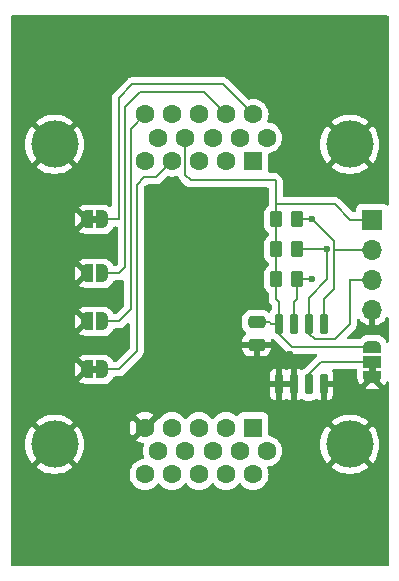
<source format=gbr>
%TF.GenerationSoftware,KiCad,Pcbnew,8.0.3+1*%
%TF.CreationDate,2024-06-22T01:26:53+02:00*%
%TF.ProjectId,EDID_spoofer,45444944-5f73-4706-9f6f-6665722e6b69,rev?*%
%TF.SameCoordinates,Original*%
%TF.FileFunction,Copper,L1,Top*%
%TF.FilePolarity,Positive*%
%FSLAX46Y46*%
G04 Gerber Fmt 4.6, Leading zero omitted, Abs format (unit mm)*
G04 Created by KiCad (PCBNEW 8.0.3+1) date 2024-06-22 01:26:53*
%MOMM*%
%LPD*%
G01*
G04 APERTURE LIST*
G04 Aperture macros list*
%AMRoundRect*
0 Rectangle with rounded corners*
0 $1 Rounding radius*
0 $2 $3 $4 $5 $6 $7 $8 $9 X,Y pos of 4 corners*
0 Add a 4 corners polygon primitive as box body*
4,1,4,$2,$3,$4,$5,$6,$7,$8,$9,$2,$3,0*
0 Add four circle primitives for the rounded corners*
1,1,$1+$1,$2,$3*
1,1,$1+$1,$4,$5*
1,1,$1+$1,$6,$7*
1,1,$1+$1,$8,$9*
0 Add four rect primitives between the rounded corners*
20,1,$1+$1,$2,$3,$4,$5,0*
20,1,$1+$1,$4,$5,$6,$7,0*
20,1,$1+$1,$6,$7,$8,$9,0*
20,1,$1+$1,$8,$9,$2,$3,0*%
%AMFreePoly0*
4,1,19,0.000000,0.744911,0.071157,0.744911,0.207708,0.704816,0.327430,0.627875,0.420627,0.520320,0.479746,0.390866,0.500000,0.250000,0.500000,-0.250000,0.479746,-0.390866,0.420627,-0.520320,0.327430,-0.627875,0.207708,-0.704816,0.071157,-0.744911,0.000000,-0.744911,0.000000,-0.750000,-0.500000,-0.750000,-0.500000,0.750000,0.000000,0.750000,0.000000,0.744911,0.000000,0.744911,
$1*%
%AMFreePoly1*
4,1,19,0.500000,-0.750000,0.000000,-0.750000,0.000000,-0.744911,-0.071157,-0.744911,-0.207708,-0.704816,-0.327430,-0.627875,-0.420627,-0.520320,-0.479746,-0.390866,-0.500000,-0.250000,-0.500000,0.250000,-0.479746,0.390866,-0.420627,0.520320,-0.327430,0.627875,-0.207708,0.704816,-0.071157,0.744911,0.000000,0.744911,0.000000,0.750000,0.500000,0.750000,0.500000,-0.750000,0.500000,-0.750000,
$1*%
%AMFreePoly2*
4,1,19,0.550000,-0.750000,0.000000,-0.750000,0.000000,-0.744911,-0.071157,-0.744911,-0.207708,-0.704816,-0.327430,-0.627875,-0.420627,-0.520320,-0.479746,-0.390866,-0.500000,-0.250000,-0.500000,0.250000,-0.479746,0.390866,-0.420627,0.520320,-0.327430,0.627875,-0.207708,0.704816,-0.071157,0.744911,0.000000,0.744911,0.000000,0.750000,0.550000,0.750000,0.550000,-0.750000,0.550000,-0.750000,
$1*%
%AMFreePoly3*
4,1,19,0.000000,0.744911,0.071157,0.744911,0.207708,0.704816,0.327430,0.627875,0.420627,0.520320,0.479746,0.390866,0.500000,0.250000,0.500000,-0.250000,0.479746,-0.390866,0.420627,-0.520320,0.327430,-0.627875,0.207708,-0.704816,0.071157,-0.744911,0.000000,-0.744911,0.000000,-0.750000,-0.550000,-0.750000,-0.550000,0.750000,0.000000,0.750000,0.000000,0.744911,0.000000,0.744911,
$1*%
G04 Aperture macros list end*
%TA.AperFunction,EtchedComponent*%
%ADD10C,0.000000*%
%TD*%
%TA.AperFunction,SMDPad,CuDef*%
%ADD11FreePoly0,0.000000*%
%TD*%
%TA.AperFunction,SMDPad,CuDef*%
%ADD12FreePoly1,0.000000*%
%TD*%
%TA.AperFunction,ComponentPad*%
%ADD13C,4.000000*%
%TD*%
%TA.AperFunction,ComponentPad*%
%ADD14R,1.600000X1.600000*%
%TD*%
%TA.AperFunction,ComponentPad*%
%ADD15C,1.600000*%
%TD*%
%TA.AperFunction,SMDPad,CuDef*%
%ADD16RoundRect,0.250000X-0.262500X-0.450000X0.262500X-0.450000X0.262500X0.450000X-0.262500X0.450000X0*%
%TD*%
%TA.AperFunction,SMDPad,CuDef*%
%ADD17RoundRect,0.250000X-0.475000X0.250000X-0.475000X-0.250000X0.475000X-0.250000X0.475000X0.250000X0*%
%TD*%
%TA.AperFunction,SMDPad,CuDef*%
%ADD18RoundRect,0.150000X0.150000X-0.725000X0.150000X0.725000X-0.150000X0.725000X-0.150000X-0.725000X0*%
%TD*%
%TA.AperFunction,ComponentPad*%
%ADD19R,1.700000X1.700000*%
%TD*%
%TA.AperFunction,ComponentPad*%
%ADD20O,1.700000X1.700000*%
%TD*%
%TA.AperFunction,SMDPad,CuDef*%
%ADD21FreePoly2,90.000000*%
%TD*%
%TA.AperFunction,SMDPad,CuDef*%
%ADD22R,1.500000X1.000000*%
%TD*%
%TA.AperFunction,SMDPad,CuDef*%
%ADD23FreePoly3,90.000000*%
%TD*%
%TA.AperFunction,ViaPad*%
%ADD24C,0.600000*%
%TD*%
%TA.AperFunction,Conductor*%
%ADD25C,0.200000*%
%TD*%
G04 APERTURE END LIST*
D10*
%TA.AperFunction,EtchedComponent*%
%TO.C,JP3*%
G36*
X25650000Y-51100000D02*
G01*
X25150000Y-51100000D01*
X25150000Y-50500000D01*
X25650000Y-50500000D01*
X25650000Y-51100000D01*
G37*
%TD.AperFunction*%
%TA.AperFunction,EtchedComponent*%
%TO.C,JP2*%
G36*
X25650000Y-38400000D02*
G01*
X25150000Y-38400000D01*
X25150000Y-37800000D01*
X25650000Y-37800000D01*
X25650000Y-38400000D01*
G37*
%TD.AperFunction*%
%TA.AperFunction,EtchedComponent*%
%TO.C,JP1*%
G36*
X49195000Y-51065000D02*
G01*
X48595000Y-51065000D01*
X48595000Y-50565000D01*
X49195000Y-50565000D01*
X49195000Y-51065000D01*
G37*
%TD.AperFunction*%
%TD*%
D11*
%TO.P,JP5,2,B*%
%TO.N,SCL*%
X26050000Y-46736000D03*
D12*
%TO.P,JP5,1,A*%
%TO.N,GND*%
X24750000Y-46736000D03*
%TD*%
%TO.P,JP4,1,A*%
%TO.N,GND*%
X24750000Y-42672000D03*
D11*
%TO.P,JP4,2,B*%
%TO.N,SDA*%
X26050000Y-42672000D03*
%TD*%
D12*
%TO.P,JP3,1,A*%
%TO.N,GND*%
X24750000Y-50800000D03*
D11*
%TO.P,JP3,2,B*%
%TO.N,/ID2*%
X26050000Y-50800000D03*
%TD*%
%TO.P,JP2,2,B*%
%TO.N,/ID0*%
X26050000Y-38100000D03*
D12*
%TO.P,JP2,1,A*%
%TO.N,GND*%
X24750000Y-38100000D03*
%TD*%
D13*
%TO.P,J2,0*%
%TO.N,GND*%
X21990000Y-57150000D03*
X46990000Y-57150000D03*
D14*
%TO.P,J2,1*%
%TO.N,/R*%
X38805000Y-55730000D03*
D15*
%TO.P,J2,2*%
%TO.N,/G*%
X36515000Y-55730000D03*
%TO.P,J2,3*%
%TO.N,/B*%
X34225000Y-55730000D03*
%TO.P,J2,4*%
%TO.N,unconnected-(J2-Pad4)*%
X31935000Y-55730000D03*
%TO.P,J2,5*%
%TO.N,GND*%
X29645000Y-55730000D03*
%TO.P,J2,6*%
%TO.N,/RRTN*%
X39950000Y-57710000D03*
%TO.P,J2,7*%
%TO.N,/GRTN*%
X37660000Y-57710000D03*
%TO.P,J2,8*%
%TO.N,/BRTN*%
X35370000Y-57710000D03*
%TO.P,J2,9*%
%TO.N,unconnected-(J2-Pad9)*%
X33080000Y-57710000D03*
%TO.P,J2,10*%
%TO.N,/SRTN*%
X30790000Y-57710000D03*
%TO.P,J2,11*%
%TO.N,unconnected-(J2-Pad11)*%
X38805000Y-59690000D03*
%TO.P,J2,12*%
%TO.N,unconnected-(J2-Pad12)*%
X36515000Y-59690000D03*
%TO.P,J2,13*%
%TO.N,HSYNC*%
X34225000Y-59690000D03*
%TO.P,J2,14*%
%TO.N,VSYNC*%
X31935000Y-59690000D03*
%TO.P,J2,15*%
%TO.N,unconnected-(J2-Pad15)*%
X29645000Y-59690000D03*
%TD*%
D16*
%TO.P,R1,1*%
%TO.N,+5V*%
X40720000Y-38100000D03*
%TO.P,R1,2*%
%TO.N,SDA*%
X42545000Y-38100000D03*
%TD*%
%TO.P,R2,1*%
%TO.N,+5V*%
X40720000Y-40640000D03*
%TO.P,R2,2*%
%TO.N,SCL*%
X42545000Y-40640000D03*
%TD*%
%TO.P,R3,1*%
%TO.N,+5V*%
X40720000Y-43180000D03*
%TO.P,R3,2*%
%TO.N,VSYNC*%
X42545000Y-43180000D03*
%TD*%
D17*
%TO.P,C1,1*%
%TO.N,+5V*%
X39116000Y-46802000D03*
%TO.P,C1,2*%
%TO.N,GND*%
X39116000Y-48702000D03*
%TD*%
D18*
%TO.P,U1,1,N/C*%
%TO.N,GND*%
X40997500Y-52070000D03*
%TO.P,U1,2,N/C*%
X42267500Y-52070000D03*
%TO.P,U1,3,WP*%
%TO.N,/WP*%
X43537500Y-52070000D03*
%TO.P,U1,4,GND*%
%TO.N,GND*%
X44807500Y-52070000D03*
%TO.P,U1,5,SDA*%
%TO.N,SDA*%
X44807500Y-46920000D03*
%TO.P,U1,6,SCL*%
%TO.N,SCL*%
X43537500Y-46920000D03*
%TO.P,U1,7,VCLK*%
%TO.N,VSYNC*%
X42267500Y-46920000D03*
%TO.P,U1,8,VCC*%
%TO.N,+5V*%
X40997500Y-46920000D03*
%TD*%
D13*
%TO.P,J1,0*%
%TO.N,GND*%
X46990000Y-31750000D03*
X21990000Y-31750000D03*
D14*
%TO.P,J1,1*%
%TO.N,/R*%
X38805000Y-33170000D03*
D15*
%TO.P,J1,2*%
%TO.N,/G*%
X36515000Y-33170000D03*
%TO.P,J1,3*%
%TO.N,/B*%
X34225000Y-33170000D03*
%TO.P,J1,4*%
%TO.N,/ID2*%
X31935000Y-33170000D03*
%TO.P,J1,5*%
%TO.N,GND*%
X29645000Y-33170000D03*
%TO.P,J1,6*%
%TO.N,/RRTN*%
X39950000Y-31190000D03*
%TO.P,J1,7*%
%TO.N,/GRTN*%
X37660000Y-31190000D03*
%TO.P,J1,8*%
%TO.N,/BRTN*%
X35370000Y-31190000D03*
%TO.P,J1,9*%
%TO.N,+5V*%
X33080000Y-31190000D03*
%TO.P,J1,10*%
%TO.N,/SRTN*%
X30790000Y-31190000D03*
%TO.P,J1,11*%
%TO.N,/ID0*%
X38805000Y-29210000D03*
%TO.P,J1,12*%
%TO.N,SDA*%
X36515000Y-29210000D03*
%TO.P,J1,13*%
%TO.N,HSYNC*%
X34225000Y-29210000D03*
%TO.P,J1,14*%
%TO.N,VSYNC*%
X31935000Y-29210000D03*
%TO.P,J1,15*%
%TO.N,SCL*%
X29645000Y-29210000D03*
%TD*%
D19*
%TO.P,J3,1,Pin_1*%
%TO.N,+5V*%
X48895000Y-38110000D03*
D20*
%TO.P,J3,2,Pin_2*%
%TO.N,SDA*%
X48895000Y-40650000D03*
%TO.P,J3,3,Pin_3*%
%TO.N,SCL*%
X48895000Y-43190000D03*
%TO.P,J3,4,Pin_4*%
%TO.N,GND*%
X48895000Y-45730000D03*
%TD*%
D21*
%TO.P,JP1,1,A*%
%TO.N,GND*%
X48895000Y-51465000D03*
D22*
%TO.P,JP1,2,C*%
%TO.N,/WP*%
X48895000Y-50165000D03*
D23*
%TO.P,JP1,3,B*%
%TO.N,+5V*%
X48895000Y-48865000D03*
%TD*%
D24*
%TO.N,SCL*%
X45085000Y-40640000D03*
%TO.N,SDA*%
X43815000Y-38100000D03*
%TO.N,GND*%
X25400000Y-22860000D03*
X25400000Y-66040000D03*
X20320000Y-53340000D03*
X48260000Y-53340000D03*
X20320000Y-48260000D03*
X41910000Y-35560000D03*
X48260000Y-22860000D03*
X43180000Y-22860000D03*
X48260000Y-35560000D03*
X29845000Y-40640000D03*
X20320000Y-22860000D03*
X20320000Y-50800000D03*
X27940000Y-66040000D03*
X29845000Y-38100000D03*
X35560000Y-22860000D03*
X48260000Y-60960000D03*
X29845000Y-35560000D03*
X40640000Y-22860000D03*
X29845000Y-48260000D03*
X44450000Y-54610000D03*
X20320000Y-35560000D03*
X45720000Y-53340000D03*
X30480000Y-22860000D03*
X20320000Y-66040000D03*
X29845000Y-45720000D03*
X27940000Y-22860000D03*
X22860000Y-22860000D03*
X38100000Y-66040000D03*
X45720000Y-66040000D03*
X22860000Y-66040000D03*
X41910000Y-49530000D03*
X38100000Y-22860000D03*
X33020000Y-66040000D03*
X20320000Y-38100000D03*
X40640000Y-66040000D03*
X33020000Y-22860000D03*
X29845000Y-50800000D03*
X45720000Y-22860000D03*
X29845000Y-43180000D03*
X20320000Y-63500000D03*
X35560000Y-66040000D03*
X41910000Y-54610000D03*
X48260000Y-25400000D03*
X48260000Y-66040000D03*
X20320000Y-60960000D03*
X30480000Y-66040000D03*
X48260000Y-27940000D03*
X48260000Y-63500000D03*
X43180000Y-66040000D03*
X20320000Y-27940000D03*
X20320000Y-43180000D03*
X20320000Y-40640000D03*
X20320000Y-45720000D03*
X20320000Y-25400000D03*
X29845000Y-53340000D03*
%TO.N,VSYNC*%
X43815000Y-43180000D03*
%TD*%
D25*
%TO.N,+5V*%
X40720000Y-36830000D02*
X40720000Y-34878000D01*
X40720000Y-34878000D02*
X40640000Y-34798000D01*
X40640000Y-34798000D02*
X33528000Y-34798000D01*
X33528000Y-34798000D02*
X33080000Y-34350000D01*
X33080000Y-34350000D02*
X33080000Y-31190000D01*
X40997500Y-46920000D02*
X40316000Y-46920000D01*
X40198000Y-46802000D02*
X39116000Y-46802000D01*
X40316000Y-46920000D02*
X40198000Y-46802000D01*
%TO.N,/ID2*%
X31935000Y-33170000D02*
X30561000Y-34544000D01*
X30561000Y-34544000D02*
X29591000Y-34544000D01*
X29591000Y-34544000D02*
X28956000Y-35179000D01*
X28956000Y-35179000D02*
X28956000Y-49276000D01*
X28956000Y-49276000D02*
X27432000Y-50800000D01*
X27432000Y-50800000D02*
X26050000Y-50800000D01*
%TO.N,SDA*%
X26050000Y-42672000D02*
X27432000Y-42672000D01*
X27432000Y-42672000D02*
X27940000Y-42164000D01*
X27940000Y-42164000D02*
X27940000Y-28575000D01*
X27940000Y-28575000D02*
X29210000Y-27305000D01*
X29210000Y-27305000D02*
X34610000Y-27305000D01*
X34610000Y-27305000D02*
X36515000Y-29210000D01*
%TO.N,SCL*%
X26050000Y-46736000D02*
X27432000Y-46736000D01*
X27432000Y-46736000D02*
X28448000Y-45720000D01*
X28448000Y-45720000D02*
X28448000Y-30407000D01*
X28448000Y-30407000D02*
X29645000Y-29210000D01*
%TO.N,/ID0*%
X26050000Y-38100000D02*
X27432000Y-38100000D01*
X36265000Y-26670000D02*
X38805000Y-29210000D01*
X27432000Y-38100000D02*
X27432000Y-27813000D01*
X27432000Y-27813000D02*
X28575000Y-26670000D01*
X28575000Y-26670000D02*
X36265000Y-26670000D01*
%TO.N,+5V*%
X40997500Y-45085000D02*
X40997500Y-46920000D01*
X47000000Y-38110000D02*
X48895000Y-38110000D01*
X40997500Y-47794999D02*
X40997500Y-46920000D01*
X40720000Y-44807500D02*
X40997500Y-45085000D01*
X45720000Y-36830000D02*
X40720000Y-36830000D01*
X40720000Y-43180000D02*
X40720000Y-44807500D01*
X45720000Y-36830000D02*
X47000000Y-38110000D01*
X40720000Y-43180000D02*
X40720000Y-40640000D01*
X42067501Y-48865000D02*
X40997500Y-47794999D01*
X40720000Y-40640000D02*
X40720000Y-38100000D01*
X42067501Y-48865000D02*
X48895000Y-48865000D01*
X40720000Y-38100000D02*
X40720000Y-36830000D01*
%TO.N,SCL*%
X44002501Y-48260000D02*
X43537500Y-47794999D01*
X43537500Y-44727500D02*
X45085000Y-43180000D01*
X45085000Y-43180000D02*
X45085000Y-40640000D01*
X46990000Y-46990000D02*
X45720000Y-48260000D01*
X43537500Y-47794999D02*
X43537500Y-46920000D01*
X45720000Y-48260000D02*
X44002501Y-48260000D01*
X48895000Y-43190000D02*
X47000000Y-43190000D01*
X47000000Y-43190000D02*
X46990000Y-43180000D01*
X42545000Y-40640000D02*
X45085000Y-40640000D01*
X46990000Y-43180000D02*
X46990000Y-46990000D01*
X43537500Y-46920000D02*
X43537500Y-44727500D01*
%TO.N,SDA*%
X45685000Y-39970000D02*
X43815000Y-38100000D01*
X44807500Y-44871250D02*
X45685000Y-43993750D01*
X45695000Y-40650000D02*
X45685000Y-40640000D01*
X44807500Y-46920000D02*
X44807500Y-44871250D01*
X42545000Y-38100000D02*
X43815000Y-38100000D01*
X48895000Y-40650000D02*
X45695000Y-40650000D01*
X45685000Y-43993750D02*
X45685000Y-40640000D01*
X45685000Y-40640000D02*
X45685000Y-39970000D01*
%TO.N,VSYNC*%
X42545000Y-43180000D02*
X42545000Y-44807500D01*
X42545000Y-44807500D02*
X42267500Y-45085000D01*
X42267500Y-45085000D02*
X42267500Y-46920000D01*
X42545000Y-43180000D02*
X43815000Y-43180000D01*
%TO.N,/WP*%
X43537500Y-51195001D02*
X43537500Y-52070000D01*
X44508751Y-50223751D02*
X43537500Y-51195001D01*
X44508751Y-50223751D02*
X44567502Y-50165000D01*
X44567502Y-50165000D02*
X48895000Y-50165000D01*
%TD*%
%TA.AperFunction,Conductor*%
%TO.N,GND*%
G36*
X50242539Y-20840185D02*
G01*
X50288294Y-20892989D01*
X50299500Y-20944500D01*
X50299500Y-36802171D01*
X50279815Y-36869210D01*
X50227011Y-36914965D01*
X50157853Y-36924909D01*
X50101189Y-36901438D01*
X50053123Y-36865456D01*
X49987331Y-36816204D01*
X49987329Y-36816203D01*
X49987328Y-36816202D01*
X49852482Y-36765908D01*
X49852483Y-36765908D01*
X49792883Y-36759501D01*
X49792881Y-36759500D01*
X49792873Y-36759500D01*
X49792864Y-36759500D01*
X47997129Y-36759500D01*
X47997123Y-36759501D01*
X47937516Y-36765908D01*
X47802671Y-36816202D01*
X47802664Y-36816206D01*
X47687455Y-36902452D01*
X47687452Y-36902455D01*
X47601206Y-37017664D01*
X47601202Y-37017671D01*
X47550908Y-37152517D01*
X47544501Y-37212116D01*
X47544500Y-37212135D01*
X47544500Y-37385500D01*
X47524815Y-37452539D01*
X47472011Y-37498294D01*
X47420500Y-37509500D01*
X47300097Y-37509500D01*
X47233058Y-37489815D01*
X47212416Y-37473181D01*
X46207590Y-36468355D01*
X46207588Y-36468352D01*
X46088717Y-36349481D01*
X46088716Y-36349480D01*
X46001904Y-36299360D01*
X46001904Y-36299359D01*
X46001900Y-36299358D01*
X45951785Y-36270423D01*
X45799057Y-36229499D01*
X45640943Y-36229499D01*
X45633347Y-36229499D01*
X45633331Y-36229500D01*
X41444500Y-36229500D01*
X41377461Y-36209815D01*
X41331706Y-36157011D01*
X41320500Y-36105500D01*
X41320500Y-34798945D01*
X41320500Y-34798943D01*
X41279577Y-34646216D01*
X41279577Y-34646215D01*
X41242378Y-34581785D01*
X41200520Y-34509284D01*
X41088716Y-34397480D01*
X41008716Y-34317480D01*
X40921904Y-34267360D01*
X40921904Y-34267359D01*
X40921900Y-34267358D01*
X40871785Y-34238423D01*
X40719057Y-34197499D01*
X40560943Y-34197499D01*
X40553347Y-34197499D01*
X40553331Y-34197500D01*
X40224234Y-34197500D01*
X40157195Y-34177815D01*
X40111440Y-34125011D01*
X40100944Y-34060246D01*
X40105500Y-34017873D01*
X40105499Y-32589858D01*
X40125184Y-32522820D01*
X40177987Y-32477065D01*
X40197398Y-32470086D01*
X40396496Y-32416739D01*
X40602734Y-32320568D01*
X40789139Y-32190047D01*
X40950047Y-32029139D01*
X41080568Y-31842734D01*
X41123814Y-31749994D01*
X44485057Y-31749994D01*
X44485057Y-31750005D01*
X44504807Y-32063942D01*
X44504808Y-32063949D01*
X44563755Y-32372958D01*
X44660963Y-32672132D01*
X44660965Y-32672137D01*
X44794900Y-32956761D01*
X44794903Y-32956767D01*
X44963457Y-33222367D01*
X44963460Y-33222371D01*
X45054286Y-33332160D01*
X45695748Y-32690698D01*
X45769588Y-32792330D01*
X45947670Y-32970412D01*
X46049300Y-33044250D01*
X45404971Y-33688579D01*
X45404972Y-33688581D01*
X45647772Y-33864985D01*
X45647790Y-33864996D01*
X45923447Y-34016540D01*
X45923455Y-34016544D01*
X46215926Y-34132340D01*
X46520620Y-34210573D01*
X46520629Y-34210575D01*
X46832701Y-34249999D01*
X46832715Y-34250000D01*
X47147285Y-34250000D01*
X47147298Y-34249999D01*
X47459370Y-34210575D01*
X47459379Y-34210573D01*
X47764073Y-34132340D01*
X48056544Y-34016544D01*
X48056552Y-34016540D01*
X48332209Y-33864996D01*
X48332219Y-33864990D01*
X48575026Y-33688579D01*
X48575027Y-33688579D01*
X47930698Y-33044251D01*
X48032330Y-32970412D01*
X48210412Y-32792330D01*
X48284251Y-32690699D01*
X48925712Y-33332160D01*
X49016544Y-33222364D01*
X49185096Y-32956767D01*
X49185099Y-32956761D01*
X49319034Y-32672137D01*
X49319036Y-32672132D01*
X49416244Y-32372958D01*
X49475191Y-32063949D01*
X49475192Y-32063942D01*
X49494943Y-31750005D01*
X49494943Y-31749994D01*
X49475192Y-31436057D01*
X49475191Y-31436050D01*
X49416244Y-31127041D01*
X49319036Y-30827867D01*
X49319034Y-30827862D01*
X49185099Y-30543238D01*
X49185096Y-30543232D01*
X49016542Y-30277632D01*
X49016539Y-30277628D01*
X48925712Y-30167838D01*
X48284250Y-30809300D01*
X48210412Y-30707670D01*
X48032330Y-30529588D01*
X47930698Y-30455748D01*
X48575027Y-29811419D01*
X48575026Y-29811417D01*
X48332227Y-29635014D01*
X48332209Y-29635003D01*
X48056552Y-29483459D01*
X48056544Y-29483455D01*
X47764073Y-29367659D01*
X47459379Y-29289426D01*
X47459370Y-29289424D01*
X47147298Y-29250000D01*
X46832701Y-29250000D01*
X46520629Y-29289424D01*
X46520620Y-29289426D01*
X46215926Y-29367659D01*
X45923455Y-29483455D01*
X45923447Y-29483459D01*
X45647787Y-29635004D01*
X45647782Y-29635007D01*
X45404972Y-29811418D01*
X45404971Y-29811419D01*
X46049301Y-30455748D01*
X45947670Y-30529588D01*
X45769588Y-30707670D01*
X45695748Y-30809300D01*
X45054286Y-30167838D01*
X45054285Y-30167838D01*
X44963459Y-30277629D01*
X44963457Y-30277632D01*
X44794903Y-30543232D01*
X44794900Y-30543238D01*
X44660965Y-30827862D01*
X44660963Y-30827867D01*
X44563755Y-31127041D01*
X44504808Y-31436050D01*
X44504807Y-31436057D01*
X44485057Y-31749994D01*
X41123814Y-31749994D01*
X41176739Y-31636496D01*
X41235635Y-31416692D01*
X41255468Y-31190000D01*
X41235635Y-30963308D01*
X41176739Y-30743504D01*
X41080568Y-30537266D01*
X40950047Y-30350861D01*
X40950045Y-30350858D01*
X40789141Y-30189954D01*
X40602734Y-30059432D01*
X40602732Y-30059431D01*
X40396497Y-29963261D01*
X40396488Y-29963258D01*
X40176697Y-29904366D01*
X40176687Y-29904364D01*
X40102782Y-29897898D01*
X40037714Y-29872445D01*
X39996736Y-29815853D01*
X39992859Y-29746091D01*
X40001208Y-29721968D01*
X40031739Y-29656496D01*
X40090635Y-29436692D01*
X40110468Y-29210000D01*
X40090635Y-28983308D01*
X40031739Y-28763504D01*
X39935568Y-28557266D01*
X39805047Y-28370861D01*
X39805045Y-28370858D01*
X39644141Y-28209954D01*
X39457734Y-28079432D01*
X39457732Y-28079431D01*
X39251497Y-27983261D01*
X39251488Y-27983258D01*
X39031697Y-27924366D01*
X39031693Y-27924365D01*
X39031692Y-27924365D01*
X39031691Y-27924364D01*
X39031686Y-27924364D01*
X38805002Y-27904532D01*
X38804998Y-27904532D01*
X38578313Y-27924364D01*
X38578302Y-27924366D01*
X38482067Y-27950152D01*
X38412217Y-27948489D01*
X38362293Y-27918058D01*
X36752590Y-26308355D01*
X36752588Y-26308352D01*
X36633717Y-26189481D01*
X36633716Y-26189480D01*
X36546904Y-26139360D01*
X36546904Y-26139359D01*
X36546900Y-26139358D01*
X36496785Y-26110423D01*
X36344057Y-26069499D01*
X36185943Y-26069499D01*
X36178347Y-26069499D01*
X36178331Y-26069500D01*
X28654057Y-26069500D01*
X28495943Y-26069500D01*
X28343215Y-26110423D01*
X28343214Y-26110423D01*
X28343212Y-26110424D01*
X28343209Y-26110425D01*
X28293096Y-26139359D01*
X28293095Y-26139360D01*
X28249689Y-26164420D01*
X28206285Y-26189479D01*
X28206282Y-26189481D01*
X26951481Y-27444282D01*
X26951479Y-27444285D01*
X26901361Y-27531094D01*
X26901359Y-27531096D01*
X26872425Y-27581209D01*
X26872424Y-27581210D01*
X26872423Y-27581215D01*
X26831499Y-27733943D01*
X26831499Y-27733945D01*
X26831499Y-27902046D01*
X26831500Y-27902059D01*
X26831500Y-36929909D01*
X26811815Y-36996948D01*
X26759011Y-37042703D01*
X26689853Y-37052647D01*
X26640461Y-37034225D01*
X26533138Y-36965253D01*
X26533136Y-36965252D01*
X26444796Y-36924909D01*
X26402259Y-36905483D01*
X26265939Y-36865456D01*
X26264308Y-36864977D01*
X26264296Y-36864974D01*
X26121889Y-36844500D01*
X25550000Y-36844500D01*
X25549997Y-36844500D01*
X25478061Y-36849644D01*
X25478056Y-36849645D01*
X25439591Y-36860939D01*
X25387014Y-36864699D01*
X25250000Y-36845000D01*
X24678111Y-36845000D01*
X24535838Y-36865455D01*
X24535834Y-36865456D01*
X24397891Y-36905959D01*
X24397889Y-36905960D01*
X24267138Y-36965670D01*
X24267132Y-36965673D01*
X24146182Y-37043402D01*
X24144438Y-37044808D01*
X24142835Y-37046301D01*
X24093020Y-37089465D01*
X24093019Y-37089467D01*
X24750000Y-37746447D01*
X25008181Y-38004628D01*
X25041666Y-38065951D01*
X25044500Y-38092309D01*
X25044500Y-38107690D01*
X25024815Y-38174729D01*
X25008181Y-38195371D01*
X24093020Y-39110531D01*
X24146177Y-39156593D01*
X24267132Y-39234326D01*
X24267138Y-39234329D01*
X24397889Y-39294039D01*
X24397891Y-39294040D01*
X24535834Y-39334543D01*
X24535838Y-39334544D01*
X24678111Y-39354999D01*
X24678112Y-39355000D01*
X25250000Y-39355000D01*
X25250002Y-39354999D01*
X25321870Y-39349860D01*
X25358076Y-39339228D01*
X25410659Y-39335466D01*
X25550000Y-39355500D01*
X25550003Y-39355500D01*
X26121886Y-39355500D01*
X26121889Y-39355500D01*
X26264304Y-39335024D01*
X26402259Y-39294517D01*
X26533137Y-39234747D01*
X26533788Y-39234329D01*
X26598214Y-39192924D01*
X26648477Y-39160622D01*
X26649915Y-39159804D01*
X26654098Y-39157011D01*
X26707738Y-39110531D01*
X26762832Y-39062791D01*
X26856986Y-38954130D01*
X26934770Y-38833094D01*
X26934775Y-38833081D01*
X26934779Y-38833076D01*
X26962220Y-38772989D01*
X27007975Y-38720185D01*
X27075014Y-38700500D01*
X27215500Y-38700500D01*
X27282539Y-38720185D01*
X27328294Y-38772989D01*
X27339500Y-38824500D01*
X27339500Y-41863903D01*
X27319815Y-41930942D01*
X27303181Y-41951584D01*
X27219584Y-42035181D01*
X27158261Y-42068666D01*
X27131903Y-42071500D01*
X27075014Y-42071500D01*
X27007975Y-42051815D01*
X26962220Y-41999011D01*
X26934779Y-41938923D01*
X26934774Y-41938914D01*
X26934770Y-41938906D01*
X26856986Y-41817870D01*
X26856985Y-41817869D01*
X26856984Y-41817867D01*
X26856981Y-41817863D01*
X26762847Y-41709226D01*
X26762830Y-41709207D01*
X26762829Y-41709206D01*
X26654091Y-41614985D01*
X26613734Y-41589049D01*
X26533142Y-41537255D01*
X26533136Y-41537252D01*
X26403303Y-41477960D01*
X26402259Y-41477483D01*
X26265939Y-41437456D01*
X26264308Y-41436977D01*
X26264296Y-41436974D01*
X26121889Y-41416500D01*
X25550000Y-41416500D01*
X25549997Y-41416500D01*
X25478061Y-41421644D01*
X25478056Y-41421645D01*
X25439591Y-41432939D01*
X25387014Y-41436699D01*
X25250000Y-41417000D01*
X24678111Y-41417000D01*
X24535838Y-41437455D01*
X24535834Y-41437456D01*
X24397891Y-41477959D01*
X24397889Y-41477960D01*
X24267138Y-41537670D01*
X24267132Y-41537673D01*
X24146182Y-41615402D01*
X24144438Y-41616808D01*
X24142835Y-41618301D01*
X24093020Y-41661465D01*
X24093019Y-41661467D01*
X24750000Y-42318447D01*
X25008181Y-42576628D01*
X25041666Y-42637951D01*
X25044500Y-42664309D01*
X25044500Y-42679690D01*
X25024815Y-42746729D01*
X25008181Y-42767371D01*
X24093020Y-43682531D01*
X24146177Y-43728593D01*
X24267132Y-43806326D01*
X24267138Y-43806329D01*
X24397889Y-43866039D01*
X24397891Y-43866040D01*
X24535834Y-43906543D01*
X24535838Y-43906544D01*
X24678111Y-43926999D01*
X24678112Y-43927000D01*
X25250000Y-43927000D01*
X25250002Y-43926999D01*
X25321870Y-43921860D01*
X25358076Y-43911228D01*
X25410659Y-43907466D01*
X25550000Y-43927500D01*
X25550003Y-43927500D01*
X26121886Y-43927500D01*
X26121889Y-43927500D01*
X26264304Y-43907024D01*
X26402259Y-43866517D01*
X26533137Y-43806747D01*
X26533788Y-43806329D01*
X26648475Y-43732624D01*
X26649915Y-43731804D01*
X26654098Y-43729011D01*
X26707738Y-43682531D01*
X26762832Y-43634791D01*
X26856986Y-43526130D01*
X26934770Y-43405094D01*
X26934775Y-43405081D01*
X26934779Y-43405076D01*
X26962220Y-43344989D01*
X27007975Y-43292185D01*
X27075014Y-43272500D01*
X27345331Y-43272500D01*
X27345347Y-43272501D01*
X27352943Y-43272501D01*
X27511054Y-43272501D01*
X27511057Y-43272501D01*
X27663785Y-43231577D01*
X27663787Y-43231575D01*
X27663789Y-43231575D01*
X27671299Y-43228465D01*
X27672073Y-43230334D01*
X27729383Y-43216423D01*
X27795413Y-43239266D01*
X27838611Y-43294181D01*
X27847500Y-43340283D01*
X27847500Y-45419903D01*
X27827815Y-45486942D01*
X27811181Y-45507584D01*
X27219584Y-46099181D01*
X27158261Y-46132666D01*
X27131903Y-46135500D01*
X27075014Y-46135500D01*
X27007975Y-46115815D01*
X26962220Y-46063011D01*
X26934779Y-46002923D01*
X26934774Y-46002914D01*
X26934770Y-46002906D01*
X26856986Y-45881870D01*
X26856985Y-45881869D01*
X26856984Y-45881867D01*
X26856981Y-45881863D01*
X26762847Y-45773226D01*
X26762830Y-45773207D01*
X26762829Y-45773206D01*
X26654091Y-45678985D01*
X26618858Y-45656342D01*
X26533142Y-45601255D01*
X26533136Y-45601252D01*
X26462028Y-45568778D01*
X26402259Y-45541483D01*
X26265939Y-45501456D01*
X26264308Y-45500977D01*
X26264296Y-45500974D01*
X26121889Y-45480500D01*
X25550000Y-45480500D01*
X25549997Y-45480500D01*
X25478061Y-45485644D01*
X25478056Y-45485645D01*
X25439591Y-45496939D01*
X25387014Y-45500699D01*
X25250000Y-45481000D01*
X24678111Y-45481000D01*
X24535838Y-45501455D01*
X24535834Y-45501456D01*
X24397891Y-45541959D01*
X24397889Y-45541960D01*
X24267138Y-45601670D01*
X24267132Y-45601673D01*
X24146182Y-45679402D01*
X24144438Y-45680808D01*
X24142835Y-45682301D01*
X24093020Y-45725465D01*
X24093019Y-45725467D01*
X24750000Y-46382447D01*
X25008181Y-46640628D01*
X25041666Y-46701951D01*
X25044500Y-46728309D01*
X25044500Y-46743690D01*
X25024815Y-46810729D01*
X25008181Y-46831371D01*
X24093020Y-47746531D01*
X24146177Y-47792593D01*
X24267132Y-47870326D01*
X24267138Y-47870329D01*
X24397889Y-47930039D01*
X24397891Y-47930040D01*
X24535834Y-47970543D01*
X24535838Y-47970544D01*
X24678111Y-47990999D01*
X24678112Y-47991000D01*
X25250000Y-47991000D01*
X25250002Y-47990999D01*
X25321870Y-47985860D01*
X25358076Y-47975228D01*
X25410659Y-47971466D01*
X25550000Y-47991500D01*
X25550003Y-47991500D01*
X26121886Y-47991500D01*
X26121889Y-47991500D01*
X26264304Y-47971024D01*
X26402259Y-47930517D01*
X26533137Y-47870747D01*
X26533788Y-47870329D01*
X26639332Y-47802500D01*
X26648477Y-47796622D01*
X26649915Y-47795804D01*
X26654098Y-47793011D01*
X26707738Y-47746531D01*
X26762832Y-47698791D01*
X26856986Y-47590130D01*
X26934770Y-47469094D01*
X26934775Y-47469081D01*
X26934779Y-47469076D01*
X26962220Y-47408989D01*
X27007975Y-47356185D01*
X27075014Y-47336500D01*
X27345331Y-47336500D01*
X27345347Y-47336501D01*
X27352943Y-47336501D01*
X27511054Y-47336501D01*
X27511057Y-47336501D01*
X27663785Y-47295577D01*
X27713904Y-47266639D01*
X27800716Y-47216520D01*
X27912520Y-47104716D01*
X27912520Y-47104714D01*
X27922728Y-47094507D01*
X27922729Y-47094504D01*
X28143820Y-46873414D01*
X28205142Y-46839930D01*
X28274834Y-46844914D01*
X28330767Y-46886786D01*
X28355184Y-46952250D01*
X28355500Y-46961096D01*
X28355500Y-48975903D01*
X28335815Y-49042942D01*
X28319181Y-49063584D01*
X27219584Y-50163181D01*
X27158261Y-50196666D01*
X27131903Y-50199500D01*
X27075014Y-50199500D01*
X27007975Y-50179815D01*
X26962220Y-50127011D01*
X26934779Y-50066923D01*
X26934774Y-50066914D01*
X26934770Y-50066906D01*
X26856986Y-49945870D01*
X26856985Y-49945869D01*
X26856984Y-49945867D01*
X26856981Y-49945863D01*
X26762847Y-49837226D01*
X26762830Y-49837207D01*
X26762829Y-49837206D01*
X26654091Y-49742985D01*
X26618858Y-49720342D01*
X26533142Y-49665255D01*
X26533136Y-49665252D01*
X26462028Y-49632778D01*
X26402259Y-49605483D01*
X26315730Y-49580076D01*
X26264308Y-49564977D01*
X26264296Y-49564974D01*
X26121889Y-49544500D01*
X25550000Y-49544500D01*
X25549997Y-49544500D01*
X25478061Y-49549644D01*
X25478056Y-49549645D01*
X25439591Y-49560939D01*
X25387014Y-49564699D01*
X25250000Y-49545000D01*
X24678111Y-49545000D01*
X24535838Y-49565455D01*
X24535834Y-49565456D01*
X24397891Y-49605959D01*
X24397889Y-49605960D01*
X24267138Y-49665670D01*
X24267132Y-49665673D01*
X24146182Y-49743402D01*
X24144438Y-49744808D01*
X24142835Y-49746301D01*
X24093020Y-49789465D01*
X24093019Y-49789467D01*
X24750000Y-50446447D01*
X25008181Y-50704628D01*
X25041666Y-50765951D01*
X25044500Y-50792309D01*
X25044500Y-50807690D01*
X25024815Y-50874729D01*
X25008181Y-50895371D01*
X24093020Y-51810531D01*
X24146177Y-51856593D01*
X24267132Y-51934326D01*
X24267138Y-51934329D01*
X24397889Y-51994039D01*
X24397891Y-51994040D01*
X24535834Y-52034543D01*
X24535838Y-52034544D01*
X24678111Y-52054999D01*
X24678112Y-52055000D01*
X25250000Y-52055000D01*
X25250002Y-52054999D01*
X25321870Y-52049860D01*
X25358076Y-52039228D01*
X25410659Y-52035466D01*
X25550000Y-52055500D01*
X25550003Y-52055500D01*
X26121886Y-52055500D01*
X26121889Y-52055500D01*
X26264304Y-52035024D01*
X26402259Y-51994517D01*
X26533137Y-51934747D01*
X26533788Y-51934329D01*
X26623054Y-51876961D01*
X26648477Y-51860622D01*
X26649915Y-51859804D01*
X26654098Y-51857011D01*
X26707738Y-51810531D01*
X26762832Y-51762791D01*
X26856986Y-51654130D01*
X26934770Y-51533094D01*
X26934775Y-51533081D01*
X26934779Y-51533076D01*
X26962220Y-51472989D01*
X27007975Y-51420185D01*
X27075014Y-51400500D01*
X27345331Y-51400500D01*
X27345347Y-51400501D01*
X27352943Y-51400501D01*
X27511054Y-51400501D01*
X27511057Y-51400501D01*
X27663785Y-51359577D01*
X27713904Y-51330639D01*
X27800716Y-51280520D01*
X27801886Y-51279350D01*
X40197500Y-51279350D01*
X40197500Y-51820000D01*
X40747500Y-51820000D01*
X40747500Y-50697703D01*
X41247500Y-50697703D01*
X41247500Y-51820000D01*
X42017500Y-51820000D01*
X42017500Y-50697703D01*
X42015003Y-50697900D01*
X41857306Y-50743716D01*
X41857303Y-50743717D01*
X41715947Y-50827314D01*
X41709778Y-50832100D01*
X41707957Y-50829753D01*
X41658858Y-50856564D01*
X41589166Y-50851580D01*
X41556430Y-50830541D01*
X41555222Y-50832100D01*
X41549052Y-50827314D01*
X41407696Y-50743717D01*
X41407693Y-50743716D01*
X41249994Y-50697900D01*
X41249997Y-50697900D01*
X41247500Y-50697703D01*
X40747500Y-50697703D01*
X40745003Y-50697900D01*
X40587306Y-50743716D01*
X40587303Y-50743717D01*
X40445947Y-50827314D01*
X40445938Y-50827321D01*
X40329821Y-50943438D01*
X40329814Y-50943447D01*
X40246217Y-51084803D01*
X40246216Y-51084806D01*
X40200400Y-51242504D01*
X40200399Y-51242510D01*
X40197500Y-51279350D01*
X27801886Y-51279350D01*
X27912520Y-51168716D01*
X27912520Y-51168714D01*
X27922728Y-51158507D01*
X27922730Y-51158504D01*
X29314506Y-49766728D01*
X29314511Y-49766724D01*
X29324714Y-49756520D01*
X29324716Y-49756520D01*
X29436520Y-49644716D01*
X29515577Y-49507784D01*
X29556500Y-49355057D01*
X29556500Y-49001986D01*
X37891001Y-49001986D01*
X37901494Y-49104697D01*
X37956641Y-49271119D01*
X37956643Y-49271124D01*
X38048684Y-49420345D01*
X38172654Y-49544315D01*
X38321875Y-49636356D01*
X38321880Y-49636358D01*
X38488302Y-49691505D01*
X38488309Y-49691506D01*
X38591019Y-49701999D01*
X38865999Y-49701999D01*
X39366000Y-49701999D01*
X39640972Y-49701999D01*
X39640986Y-49701998D01*
X39743697Y-49691505D01*
X39910119Y-49636358D01*
X39910124Y-49636356D01*
X40059345Y-49544315D01*
X40183315Y-49420345D01*
X40275356Y-49271124D01*
X40275358Y-49271119D01*
X40330505Y-49104697D01*
X40330506Y-49104690D01*
X40340999Y-49001986D01*
X40341000Y-49001973D01*
X40341000Y-48952000D01*
X39366000Y-48952000D01*
X39366000Y-49701999D01*
X38865999Y-49701999D01*
X38866000Y-49701998D01*
X38866000Y-48952000D01*
X37891001Y-48952000D01*
X37891001Y-49001986D01*
X29556500Y-49001986D01*
X29556500Y-35479097D01*
X29576185Y-35412058D01*
X29592819Y-35391416D01*
X29803417Y-35180819D01*
X29864740Y-35147334D01*
X29891098Y-35144500D01*
X30474331Y-35144500D01*
X30474347Y-35144501D01*
X30481943Y-35144501D01*
X30640054Y-35144501D01*
X30640057Y-35144501D01*
X30792785Y-35103577D01*
X30842904Y-35074639D01*
X30929716Y-35024520D01*
X31041520Y-34912716D01*
X31041520Y-34912714D01*
X31051728Y-34902507D01*
X31051730Y-34902504D01*
X31492294Y-34461939D01*
X31553615Y-34428456D01*
X31612066Y-34429847D01*
X31631604Y-34435082D01*
X31708308Y-34455635D01*
X31870230Y-34469801D01*
X31934998Y-34475468D01*
X31935000Y-34475468D01*
X31935002Y-34475468D01*
X31991673Y-34470509D01*
X32161692Y-34455635D01*
X32345081Y-34406496D01*
X32414929Y-34408159D01*
X32472792Y-34447321D01*
X32496948Y-34494176D01*
X32520423Y-34581786D01*
X32542152Y-34619419D01*
X32542153Y-34619423D01*
X32542154Y-34619423D01*
X32599480Y-34718716D01*
X32711284Y-34830520D01*
X32711285Y-34830521D01*
X33159284Y-35278520D01*
X33159286Y-35278521D01*
X33159290Y-35278524D01*
X33296209Y-35357573D01*
X33296216Y-35357577D01*
X33448943Y-35398501D01*
X33448945Y-35398501D01*
X33614654Y-35398501D01*
X33614670Y-35398500D01*
X39995500Y-35398500D01*
X40062539Y-35418185D01*
X40108294Y-35470989D01*
X40119500Y-35522500D01*
X40119500Y-36907491D01*
X40099815Y-36974530D01*
X40060598Y-37013029D01*
X39988844Y-37057287D01*
X39864789Y-37181342D01*
X39772687Y-37330663D01*
X39772686Y-37330666D01*
X39717501Y-37497203D01*
X39717501Y-37497204D01*
X39717500Y-37497204D01*
X39707000Y-37599983D01*
X39707000Y-38600001D01*
X39707001Y-38600019D01*
X39717500Y-38702796D01*
X39717501Y-38702799D01*
X39772685Y-38869331D01*
X39772687Y-38869336D01*
X39805133Y-38921940D01*
X39864788Y-39018656D01*
X39988844Y-39142712D01*
X40060596Y-39186968D01*
X40107321Y-39238915D01*
X40119500Y-39292507D01*
X40119500Y-39447491D01*
X40099815Y-39514530D01*
X40060598Y-39553029D01*
X39988844Y-39597287D01*
X39864789Y-39721342D01*
X39772687Y-39870663D01*
X39772685Y-39870668D01*
X39756966Y-39918106D01*
X39717501Y-40037203D01*
X39717501Y-40037204D01*
X39717500Y-40037204D01*
X39707000Y-40139983D01*
X39707000Y-41140001D01*
X39707001Y-41140019D01*
X39717500Y-41242796D01*
X39717501Y-41242799D01*
X39772685Y-41409331D01*
X39772687Y-41409336D01*
X39789565Y-41436699D01*
X39864788Y-41558656D01*
X39988844Y-41682712D01*
X40060596Y-41726968D01*
X40107321Y-41778915D01*
X40119500Y-41832507D01*
X40119500Y-41987491D01*
X40099815Y-42054530D01*
X40060598Y-42093029D01*
X39988844Y-42137287D01*
X39864789Y-42261342D01*
X39772687Y-42410663D01*
X39772685Y-42410668D01*
X39757079Y-42457764D01*
X39717501Y-42577203D01*
X39717501Y-42577204D01*
X39717500Y-42577204D01*
X39707000Y-42679983D01*
X39707000Y-43680001D01*
X39707001Y-43680019D01*
X39717500Y-43782796D01*
X39717501Y-43782799D01*
X39765451Y-43927500D01*
X39772686Y-43949334D01*
X39864788Y-44098656D01*
X39988844Y-44222712D01*
X40060596Y-44266968D01*
X40107321Y-44318915D01*
X40119500Y-44372507D01*
X40119500Y-44720830D01*
X40119499Y-44720848D01*
X40119499Y-44886554D01*
X40119498Y-44886554D01*
X40147104Y-44989578D01*
X40160423Y-45039285D01*
X40186046Y-45083665D01*
X40189358Y-45089400D01*
X40189359Y-45089404D01*
X40189360Y-45089404D01*
X40236668Y-45171346D01*
X40239479Y-45176214D01*
X40239481Y-45176217D01*
X40358349Y-45295085D01*
X40358355Y-45295090D01*
X40360681Y-45297416D01*
X40394166Y-45358739D01*
X40397000Y-45385097D01*
X40397000Y-45674191D01*
X40377315Y-45741230D01*
X40360681Y-45761872D01*
X40329423Y-45793129D01*
X40329416Y-45793138D01*
X40248784Y-45929480D01*
X40197715Y-45977164D01*
X40128973Y-45989667D01*
X40065142Y-45963626D01*
X40059658Y-45959289D01*
X39910336Y-45867187D01*
X39910331Y-45867185D01*
X39908862Y-45866698D01*
X39743797Y-45812001D01*
X39743795Y-45812000D01*
X39641010Y-45801500D01*
X38590998Y-45801500D01*
X38590980Y-45801501D01*
X38488203Y-45812000D01*
X38488200Y-45812001D01*
X38321668Y-45867185D01*
X38321663Y-45867187D01*
X38172342Y-45959289D01*
X38048289Y-46083342D01*
X37956187Y-46232663D01*
X37956186Y-46232666D01*
X37901001Y-46399203D01*
X37901001Y-46399204D01*
X37901000Y-46399204D01*
X37890500Y-46501983D01*
X37890500Y-47102001D01*
X37890501Y-47102019D01*
X37901000Y-47204796D01*
X37901001Y-47204799D01*
X37945665Y-47339585D01*
X37956186Y-47371334D01*
X38048288Y-47520656D01*
X38172344Y-47644712D01*
X38175628Y-47646737D01*
X38175653Y-47646753D01*
X38177445Y-47648746D01*
X38178011Y-47649193D01*
X38177934Y-47649289D01*
X38222379Y-47698699D01*
X38233603Y-47767661D01*
X38205761Y-47831744D01*
X38175665Y-47857826D01*
X38172660Y-47859679D01*
X38172655Y-47859683D01*
X38048684Y-47983654D01*
X37956643Y-48132875D01*
X37956641Y-48132880D01*
X37901494Y-48299302D01*
X37901493Y-48299309D01*
X37891000Y-48402013D01*
X37891000Y-48452000D01*
X40340999Y-48452000D01*
X40340999Y-48402028D01*
X40340998Y-48402013D01*
X40333257Y-48326238D01*
X40346026Y-48257545D01*
X40393907Y-48206661D01*
X40461697Y-48189740D01*
X40519734Y-48206903D01*
X40587102Y-48246744D01*
X40587107Y-48246745D01*
X40588132Y-48247189D01*
X40589996Y-48248455D01*
X40593818Y-48250716D01*
X40593675Y-48250956D01*
X40626581Y-48273316D01*
X40635849Y-48282584D01*
X40635855Y-48282589D01*
X41582640Y-49229374D01*
X41582650Y-49229385D01*
X41586980Y-49233715D01*
X41586981Y-49233716D01*
X41698785Y-49345520D01*
X41785596Y-49395639D01*
X41785598Y-49395641D01*
X41819129Y-49415000D01*
X41835716Y-49424577D01*
X41988444Y-49465501D01*
X41988447Y-49465501D01*
X42154154Y-49465501D01*
X42154170Y-49465500D01*
X44118874Y-49465500D01*
X44185913Y-49485185D01*
X44231668Y-49537989D01*
X44241612Y-49607147D01*
X44212587Y-49670703D01*
X44204306Y-49678506D01*
X44204533Y-49678733D01*
X44086980Y-49796286D01*
X43168786Y-50714479D01*
X43168766Y-50714499D01*
X43166562Y-50716702D01*
X43133676Y-50739048D01*
X43133816Y-50739285D01*
X43130051Y-50741511D01*
X43128158Y-50742798D01*
X43127105Y-50743253D01*
X42985640Y-50826915D01*
X42979474Y-50831699D01*
X42977674Y-50829379D01*
X42928413Y-50856230D01*
X42858725Y-50851193D01*
X42826492Y-50830461D01*
X42825222Y-50832100D01*
X42819052Y-50827314D01*
X42677696Y-50743717D01*
X42677693Y-50743716D01*
X42519994Y-50697900D01*
X42519997Y-50697900D01*
X42517500Y-50697703D01*
X42517500Y-53442295D01*
X42517501Y-53442295D01*
X42519986Y-53442100D01*
X42677698Y-53396281D01*
X42819050Y-53312686D01*
X42825217Y-53307903D01*
X42827130Y-53310369D01*
X42875722Y-53283802D01*
X42945417Y-53288749D01*
X42978262Y-53309853D01*
X42979469Y-53308298D01*
X42985632Y-53313078D01*
X42985635Y-53313081D01*
X43127102Y-53396744D01*
X43168724Y-53408836D01*
X43284926Y-53442597D01*
X43284929Y-53442597D01*
X43284931Y-53442598D01*
X43321806Y-53445500D01*
X43321814Y-53445500D01*
X43753186Y-53445500D01*
X43753194Y-53445500D01*
X43790069Y-53442598D01*
X43790071Y-53442597D01*
X43790073Y-53442597D01*
X43831691Y-53430505D01*
X43947898Y-53396744D01*
X44089365Y-53313081D01*
X44089368Y-53313077D01*
X44095526Y-53308301D01*
X44097339Y-53310638D01*
X44146449Y-53283798D01*
X44216143Y-53288756D01*
X44248496Y-53309551D01*
X44249778Y-53307900D01*
X44255947Y-53312685D01*
X44397301Y-53396281D01*
X44555014Y-53442100D01*
X44555011Y-53442100D01*
X44557498Y-53442295D01*
X44557500Y-53442295D01*
X45057500Y-53442295D01*
X45057501Y-53442295D01*
X45059986Y-53442100D01*
X45217698Y-53396281D01*
X45359052Y-53312685D01*
X45359061Y-53312678D01*
X45475178Y-53196561D01*
X45475185Y-53196552D01*
X45558782Y-53055196D01*
X45558783Y-53055193D01*
X45604599Y-52897495D01*
X45604600Y-52897489D01*
X45607499Y-52860649D01*
X45607500Y-52860634D01*
X45607500Y-52411678D01*
X48301873Y-52411678D01*
X48430813Y-52449539D01*
X48430819Y-52449541D01*
X48573130Y-52470001D01*
X48573131Y-52470002D01*
X48721241Y-52470002D01*
X48721297Y-52470000D01*
X49068703Y-52470000D01*
X49068759Y-52470002D01*
X49216869Y-52470002D01*
X49216869Y-52470001D01*
X49350408Y-52450802D01*
X49350410Y-52450802D01*
X49359184Y-52449540D01*
X49488126Y-52411678D01*
X48895000Y-51818553D01*
X48301873Y-52411678D01*
X45607500Y-52411678D01*
X45607500Y-52320000D01*
X45057500Y-52320000D01*
X45057500Y-53442295D01*
X44557500Y-53442295D01*
X44557500Y-51944000D01*
X44577185Y-51876961D01*
X44629989Y-51831206D01*
X44681500Y-51820000D01*
X45607500Y-51820000D01*
X45607500Y-51279365D01*
X45607499Y-51279350D01*
X45604600Y-51242510D01*
X45604599Y-51242504D01*
X45558783Y-51084806D01*
X45558782Y-51084803D01*
X45480610Y-50952621D01*
X45463427Y-50884897D01*
X45485587Y-50818635D01*
X45540053Y-50774871D01*
X45587342Y-50765500D01*
X47518391Y-50765500D01*
X47585430Y-50785185D01*
X47631185Y-50837989D01*
X47641129Y-50907143D01*
X47640000Y-50914991D01*
X47640000Y-51536888D01*
X47660455Y-51679161D01*
X47660456Y-51679165D01*
X47700959Y-51817108D01*
X47700960Y-51817110D01*
X47760670Y-51947861D01*
X47760673Y-51947867D01*
X47838402Y-52068817D01*
X47839800Y-52070550D01*
X47841303Y-52072165D01*
X47884467Y-52121978D01*
X48804628Y-51201818D01*
X48865951Y-51168333D01*
X48892304Y-51165499D01*
X48897691Y-51165499D01*
X48964729Y-51185184D01*
X48985371Y-51201818D01*
X49905531Y-52121978D01*
X49951594Y-52068821D01*
X50029326Y-51947867D01*
X50029329Y-51947861D01*
X50062705Y-51874777D01*
X50108459Y-51821972D01*
X50175499Y-51802287D01*
X50242538Y-51821971D01*
X50288294Y-51874774D01*
X50299500Y-51926287D01*
X50299500Y-67320500D01*
X50279815Y-67387539D01*
X50227011Y-67433294D01*
X50175500Y-67444500D01*
X18404500Y-67444500D01*
X18337461Y-67424815D01*
X18291706Y-67372011D01*
X18280500Y-67320500D01*
X18280500Y-59689998D01*
X28339532Y-59689998D01*
X28339532Y-59690001D01*
X28359364Y-59916686D01*
X28359366Y-59916697D01*
X28418258Y-60136488D01*
X28418261Y-60136497D01*
X28514431Y-60342732D01*
X28514432Y-60342734D01*
X28644954Y-60529141D01*
X28805858Y-60690045D01*
X28805861Y-60690047D01*
X28992266Y-60820568D01*
X29198504Y-60916739D01*
X29418308Y-60975635D01*
X29580230Y-60989801D01*
X29644998Y-60995468D01*
X29645000Y-60995468D01*
X29645002Y-60995468D01*
X29701673Y-60990509D01*
X29871692Y-60975635D01*
X30091496Y-60916739D01*
X30297734Y-60820568D01*
X30484139Y-60690047D01*
X30645047Y-60529139D01*
X30688425Y-60467188D01*
X30743001Y-60423563D01*
X30812499Y-60416369D01*
X30874854Y-60447891D01*
X30891576Y-60467189D01*
X30934955Y-60529142D01*
X31095858Y-60690045D01*
X31095861Y-60690047D01*
X31282266Y-60820568D01*
X31488504Y-60916739D01*
X31708308Y-60975635D01*
X31870230Y-60989801D01*
X31934998Y-60995468D01*
X31935000Y-60995468D01*
X31935002Y-60995468D01*
X31991673Y-60990509D01*
X32161692Y-60975635D01*
X32381496Y-60916739D01*
X32587734Y-60820568D01*
X32774139Y-60690047D01*
X32935047Y-60529139D01*
X32978425Y-60467188D01*
X33033001Y-60423563D01*
X33102499Y-60416369D01*
X33164854Y-60447891D01*
X33181576Y-60467189D01*
X33224955Y-60529142D01*
X33385858Y-60690045D01*
X33385861Y-60690047D01*
X33572266Y-60820568D01*
X33778504Y-60916739D01*
X33998308Y-60975635D01*
X34160230Y-60989801D01*
X34224998Y-60995468D01*
X34225000Y-60995468D01*
X34225002Y-60995468D01*
X34281673Y-60990509D01*
X34451692Y-60975635D01*
X34671496Y-60916739D01*
X34877734Y-60820568D01*
X35064139Y-60690047D01*
X35225047Y-60529139D01*
X35268425Y-60467188D01*
X35323001Y-60423563D01*
X35392499Y-60416369D01*
X35454854Y-60447891D01*
X35471576Y-60467189D01*
X35514955Y-60529142D01*
X35675858Y-60690045D01*
X35675861Y-60690047D01*
X35862266Y-60820568D01*
X36068504Y-60916739D01*
X36288308Y-60975635D01*
X36450230Y-60989801D01*
X36514998Y-60995468D01*
X36515000Y-60995468D01*
X36515002Y-60995468D01*
X36571673Y-60990509D01*
X36741692Y-60975635D01*
X36961496Y-60916739D01*
X37167734Y-60820568D01*
X37354139Y-60690047D01*
X37515047Y-60529139D01*
X37558425Y-60467188D01*
X37613001Y-60423563D01*
X37682499Y-60416369D01*
X37744854Y-60447891D01*
X37761576Y-60467189D01*
X37804955Y-60529142D01*
X37965858Y-60690045D01*
X37965861Y-60690047D01*
X38152266Y-60820568D01*
X38358504Y-60916739D01*
X38578308Y-60975635D01*
X38740230Y-60989801D01*
X38804998Y-60995468D01*
X38805000Y-60995468D01*
X38805002Y-60995468D01*
X38861673Y-60990509D01*
X39031692Y-60975635D01*
X39251496Y-60916739D01*
X39457734Y-60820568D01*
X39644139Y-60690047D01*
X39805047Y-60529139D01*
X39935568Y-60342734D01*
X40031739Y-60136496D01*
X40090635Y-59916692D01*
X40110468Y-59690000D01*
X40106968Y-59650000D01*
X40103519Y-59610573D01*
X40090635Y-59463308D01*
X40031739Y-59243504D01*
X40001208Y-59178031D01*
X39990717Y-59108957D01*
X40019236Y-59045173D01*
X40077712Y-59006933D01*
X40102782Y-59002101D01*
X40176692Y-58995635D01*
X40396496Y-58936739D01*
X40602734Y-58840568D01*
X40789139Y-58710047D01*
X40950047Y-58549139D01*
X41080568Y-58362734D01*
X41176739Y-58156496D01*
X41235635Y-57936692D01*
X41255468Y-57710000D01*
X41235635Y-57483308D01*
X41176739Y-57263504D01*
X41123808Y-57149994D01*
X44485057Y-57149994D01*
X44485057Y-57150005D01*
X44504807Y-57463942D01*
X44504808Y-57463949D01*
X44563755Y-57772958D01*
X44660963Y-58072132D01*
X44660965Y-58072137D01*
X44794900Y-58356761D01*
X44794903Y-58356767D01*
X44963457Y-58622367D01*
X44963460Y-58622371D01*
X45054286Y-58732160D01*
X45695748Y-58090698D01*
X45769588Y-58192330D01*
X45947670Y-58370412D01*
X46049300Y-58444250D01*
X45404971Y-59088579D01*
X45404972Y-59088581D01*
X45647772Y-59264985D01*
X45647790Y-59264996D01*
X45923447Y-59416540D01*
X45923455Y-59416544D01*
X46215926Y-59532340D01*
X46520620Y-59610573D01*
X46520629Y-59610575D01*
X46832701Y-59649999D01*
X46832715Y-59650000D01*
X47147285Y-59650000D01*
X47147298Y-59649999D01*
X47459370Y-59610575D01*
X47459379Y-59610573D01*
X47764073Y-59532340D01*
X48056544Y-59416544D01*
X48056552Y-59416540D01*
X48332209Y-59264996D01*
X48332219Y-59264990D01*
X48575026Y-59088579D01*
X48575027Y-59088579D01*
X47930698Y-58444251D01*
X48032330Y-58370412D01*
X48210412Y-58192330D01*
X48284251Y-58090699D01*
X48925712Y-58732160D01*
X49016544Y-58622364D01*
X49185096Y-58356767D01*
X49185099Y-58356761D01*
X49319034Y-58072137D01*
X49319036Y-58072132D01*
X49416244Y-57772958D01*
X49475191Y-57463949D01*
X49475192Y-57463942D01*
X49494943Y-57150005D01*
X49494943Y-57149994D01*
X49475192Y-56836057D01*
X49475191Y-56836050D01*
X49416244Y-56527041D01*
X49319036Y-56227867D01*
X49319034Y-56227862D01*
X49185099Y-55943238D01*
X49185096Y-55943232D01*
X49016542Y-55677632D01*
X49016539Y-55677628D01*
X48925712Y-55567838D01*
X48284250Y-56209300D01*
X48210412Y-56107670D01*
X48032330Y-55929588D01*
X47930698Y-55855748D01*
X48575027Y-55211419D01*
X48575026Y-55211417D01*
X48332227Y-55035014D01*
X48332209Y-55035003D01*
X48056552Y-54883459D01*
X48056544Y-54883455D01*
X47764073Y-54767659D01*
X47459379Y-54689426D01*
X47459370Y-54689424D01*
X47147298Y-54650000D01*
X46832701Y-54650000D01*
X46520629Y-54689424D01*
X46520620Y-54689426D01*
X46215926Y-54767659D01*
X45923455Y-54883455D01*
X45923447Y-54883459D01*
X45647787Y-55035004D01*
X45647782Y-55035007D01*
X45404972Y-55211418D01*
X45404971Y-55211419D01*
X46049301Y-55855748D01*
X45947670Y-55929588D01*
X45769588Y-56107670D01*
X45695748Y-56209300D01*
X45054286Y-55567838D01*
X45054285Y-55567838D01*
X44963459Y-55677629D01*
X44963457Y-55677632D01*
X44794903Y-55943232D01*
X44794900Y-55943238D01*
X44660965Y-56227862D01*
X44660963Y-56227867D01*
X44563755Y-56527041D01*
X44504808Y-56836050D01*
X44504807Y-56836057D01*
X44485057Y-57149994D01*
X41123808Y-57149994D01*
X41080568Y-57057266D01*
X40950047Y-56870861D01*
X40950045Y-56870858D01*
X40789141Y-56709954D01*
X40602734Y-56579432D01*
X40602732Y-56579431D01*
X40396497Y-56483261D01*
X40396488Y-56483258D01*
X40197406Y-56429915D01*
X40137745Y-56393550D01*
X40107216Y-56330703D01*
X40105499Y-56310140D01*
X40105499Y-54882129D01*
X40105498Y-54882123D01*
X40105322Y-54880490D01*
X40099091Y-54822517D01*
X40078630Y-54767659D01*
X40048797Y-54687671D01*
X40048793Y-54687664D01*
X39962547Y-54572455D01*
X39962544Y-54572452D01*
X39847335Y-54486206D01*
X39847328Y-54486202D01*
X39712482Y-54435908D01*
X39712483Y-54435908D01*
X39652883Y-54429501D01*
X39652881Y-54429500D01*
X39652873Y-54429500D01*
X39652864Y-54429500D01*
X37957129Y-54429500D01*
X37957123Y-54429501D01*
X37897516Y-54435908D01*
X37762671Y-54486202D01*
X37762664Y-54486206D01*
X37647455Y-54572452D01*
X37647452Y-54572455D01*
X37561206Y-54687664D01*
X37561198Y-54687678D01*
X37560889Y-54688509D01*
X37560358Y-54689217D01*
X37556953Y-54695454D01*
X37556055Y-54694964D01*
X37519012Y-54744438D01*
X37453545Y-54768848D01*
X37385274Y-54753989D01*
X37357031Y-54732844D01*
X37354141Y-54729954D01*
X37167734Y-54599432D01*
X37167732Y-54599431D01*
X36961497Y-54503261D01*
X36961488Y-54503258D01*
X36741697Y-54444366D01*
X36741693Y-54444365D01*
X36741692Y-54444365D01*
X36741691Y-54444364D01*
X36741686Y-54444364D01*
X36515002Y-54424532D01*
X36514998Y-54424532D01*
X36288313Y-54444364D01*
X36288302Y-54444366D01*
X36068511Y-54503258D01*
X36068502Y-54503261D01*
X35862267Y-54599431D01*
X35862265Y-54599432D01*
X35675858Y-54729954D01*
X35514953Y-54890859D01*
X35471575Y-54952811D01*
X35416998Y-54996436D01*
X35347500Y-55003630D01*
X35285145Y-54972107D01*
X35268425Y-54952811D01*
X35225046Y-54890859D01*
X35064141Y-54729954D01*
X34877734Y-54599432D01*
X34877732Y-54599431D01*
X34671497Y-54503261D01*
X34671488Y-54503258D01*
X34451697Y-54444366D01*
X34451693Y-54444365D01*
X34451692Y-54444365D01*
X34451691Y-54444364D01*
X34451686Y-54444364D01*
X34225002Y-54424532D01*
X34224998Y-54424532D01*
X33998313Y-54444364D01*
X33998302Y-54444366D01*
X33778511Y-54503258D01*
X33778502Y-54503261D01*
X33572267Y-54599431D01*
X33572265Y-54599432D01*
X33385858Y-54729954D01*
X33224953Y-54890859D01*
X33181575Y-54952811D01*
X33126998Y-54996436D01*
X33057500Y-55003630D01*
X32995145Y-54972107D01*
X32978425Y-54952811D01*
X32935046Y-54890859D01*
X32774141Y-54729954D01*
X32587734Y-54599432D01*
X32587732Y-54599431D01*
X32381497Y-54503261D01*
X32381488Y-54503258D01*
X32161697Y-54444366D01*
X32161693Y-54444365D01*
X32161692Y-54444365D01*
X32161691Y-54444364D01*
X32161686Y-54444364D01*
X31935002Y-54424532D01*
X31934998Y-54424532D01*
X31708313Y-54444364D01*
X31708302Y-54444366D01*
X31488511Y-54503258D01*
X31488502Y-54503261D01*
X31282267Y-54599431D01*
X31282265Y-54599432D01*
X31095858Y-54729954D01*
X30934956Y-54890856D01*
X30888845Y-54956710D01*
X30834268Y-55000335D01*
X30776464Y-55009114D01*
X30724025Y-55004526D01*
X30127962Y-55600589D01*
X30110925Y-55537007D01*
X30045099Y-55422993D01*
X29952007Y-55329901D01*
X29837993Y-55264075D01*
X29774410Y-55247037D01*
X30370472Y-54650974D01*
X30297478Y-54599863D01*
X30091331Y-54503735D01*
X30091317Y-54503730D01*
X29871610Y-54444860D01*
X29871599Y-54444858D01*
X29645002Y-54425034D01*
X29644998Y-54425034D01*
X29418400Y-54444858D01*
X29418389Y-54444860D01*
X29198682Y-54503730D01*
X29198673Y-54503734D01*
X28992516Y-54599866D01*
X28992512Y-54599868D01*
X28919526Y-54650973D01*
X28919526Y-54650974D01*
X29515590Y-55247037D01*
X29452007Y-55264075D01*
X29337993Y-55329901D01*
X29244901Y-55422993D01*
X29179075Y-55537007D01*
X29162037Y-55600589D01*
X28565974Y-55004526D01*
X28565973Y-55004526D01*
X28514868Y-55077512D01*
X28514866Y-55077516D01*
X28418734Y-55283673D01*
X28418730Y-55283682D01*
X28359860Y-55503389D01*
X28359858Y-55503400D01*
X28340034Y-55729997D01*
X28340034Y-55730002D01*
X28359858Y-55956599D01*
X28359860Y-55956610D01*
X28418730Y-56176317D01*
X28418735Y-56176331D01*
X28514863Y-56382478D01*
X28565974Y-56455472D01*
X29162037Y-55859409D01*
X29179075Y-55922993D01*
X29244901Y-56037007D01*
X29337993Y-56130099D01*
X29452007Y-56195925D01*
X29515590Y-56212962D01*
X28919526Y-56809025D01*
X28992513Y-56860132D01*
X28992521Y-56860136D01*
X29198668Y-56956264D01*
X29198682Y-56956269D01*
X29418389Y-57015139D01*
X29418400Y-57015141D01*
X29492439Y-57021618D01*
X29557508Y-57047069D01*
X29598487Y-57103660D01*
X29602366Y-57173422D01*
X29594016Y-57197550D01*
X29563260Y-57263506D01*
X29563258Y-57263511D01*
X29504366Y-57483302D01*
X29504364Y-57483313D01*
X29484532Y-57709998D01*
X29484532Y-57710001D01*
X29504364Y-57936686D01*
X29504366Y-57936697D01*
X29563258Y-58156488D01*
X29563260Y-58156492D01*
X29563261Y-58156496D01*
X29579971Y-58192330D01*
X29593790Y-58221965D01*
X29604282Y-58291043D01*
X29575762Y-58354827D01*
X29517286Y-58393066D01*
X29492217Y-58397898D01*
X29418312Y-58404364D01*
X29418302Y-58404366D01*
X29198511Y-58463258D01*
X29198502Y-58463261D01*
X28992267Y-58559431D01*
X28992265Y-58559432D01*
X28805858Y-58689954D01*
X28644954Y-58850858D01*
X28514432Y-59037265D01*
X28514431Y-59037267D01*
X28418261Y-59243502D01*
X28418258Y-59243511D01*
X28359366Y-59463302D01*
X28359364Y-59463313D01*
X28339532Y-59689998D01*
X18280500Y-59689998D01*
X18280500Y-57149994D01*
X19485057Y-57149994D01*
X19485057Y-57150005D01*
X19504807Y-57463942D01*
X19504808Y-57463949D01*
X19563755Y-57772958D01*
X19660963Y-58072132D01*
X19660965Y-58072137D01*
X19794900Y-58356761D01*
X19794903Y-58356767D01*
X19963457Y-58622367D01*
X19963460Y-58622371D01*
X20054286Y-58732160D01*
X20695748Y-58090698D01*
X20769588Y-58192330D01*
X20947670Y-58370412D01*
X21049300Y-58444250D01*
X20404971Y-59088579D01*
X20404972Y-59088581D01*
X20647772Y-59264985D01*
X20647790Y-59264996D01*
X20923447Y-59416540D01*
X20923455Y-59416544D01*
X21215926Y-59532340D01*
X21520620Y-59610573D01*
X21520629Y-59610575D01*
X21832701Y-59649999D01*
X21832715Y-59650000D01*
X22147285Y-59650000D01*
X22147298Y-59649999D01*
X22459370Y-59610575D01*
X22459379Y-59610573D01*
X22764073Y-59532340D01*
X23056544Y-59416544D01*
X23056552Y-59416540D01*
X23332209Y-59264996D01*
X23332219Y-59264990D01*
X23575026Y-59088579D01*
X23575027Y-59088579D01*
X22930698Y-58444251D01*
X23032330Y-58370412D01*
X23210412Y-58192330D01*
X23284251Y-58090698D01*
X23925712Y-58732160D01*
X24016544Y-58622364D01*
X24185096Y-58356767D01*
X24185099Y-58356761D01*
X24319034Y-58072137D01*
X24319036Y-58072132D01*
X24416244Y-57772958D01*
X24475191Y-57463949D01*
X24475192Y-57463942D01*
X24494943Y-57150005D01*
X24494943Y-57149994D01*
X24475192Y-56836057D01*
X24475191Y-56836050D01*
X24416244Y-56527041D01*
X24319036Y-56227867D01*
X24319034Y-56227862D01*
X24185099Y-55943238D01*
X24185096Y-55943232D01*
X24016542Y-55677632D01*
X24016539Y-55677628D01*
X23925712Y-55567838D01*
X23284250Y-56209300D01*
X23210412Y-56107670D01*
X23032330Y-55929588D01*
X22930698Y-55855748D01*
X23575027Y-55211419D01*
X23575026Y-55211417D01*
X23332227Y-55035014D01*
X23332209Y-55035003D01*
X23056552Y-54883459D01*
X23056544Y-54883455D01*
X22764073Y-54767659D01*
X22459379Y-54689426D01*
X22459370Y-54689424D01*
X22147298Y-54650000D01*
X21832701Y-54650000D01*
X21520629Y-54689424D01*
X21520620Y-54689426D01*
X21215926Y-54767659D01*
X20923455Y-54883455D01*
X20923447Y-54883459D01*
X20647787Y-55035004D01*
X20647782Y-55035007D01*
X20404972Y-55211418D01*
X20404971Y-55211419D01*
X21049301Y-55855748D01*
X20947670Y-55929588D01*
X20769588Y-56107670D01*
X20695748Y-56209300D01*
X20054286Y-55567838D01*
X20054285Y-55567838D01*
X19963459Y-55677629D01*
X19963457Y-55677632D01*
X19794903Y-55943232D01*
X19794900Y-55943238D01*
X19660965Y-56227862D01*
X19660963Y-56227867D01*
X19563755Y-56527041D01*
X19504808Y-56836050D01*
X19504807Y-56836057D01*
X19485057Y-57149994D01*
X18280500Y-57149994D01*
X18280500Y-52860649D01*
X40197500Y-52860649D01*
X40200399Y-52897489D01*
X40200400Y-52897495D01*
X40246216Y-53055193D01*
X40246217Y-53055196D01*
X40329814Y-53196552D01*
X40329821Y-53196561D01*
X40445938Y-53312678D01*
X40445947Y-53312685D01*
X40587301Y-53396281D01*
X40745014Y-53442100D01*
X40745011Y-53442100D01*
X40747498Y-53442295D01*
X40747500Y-53442295D01*
X41247500Y-53442295D01*
X41247501Y-53442295D01*
X41249986Y-53442100D01*
X41407698Y-53396281D01*
X41549052Y-53312685D01*
X41555222Y-53307900D01*
X41557046Y-53310252D01*
X41606095Y-53283445D01*
X41675788Y-53288402D01*
X41708563Y-53309465D01*
X41709778Y-53307900D01*
X41715947Y-53312685D01*
X41857301Y-53396281D01*
X42015014Y-53442100D01*
X42015011Y-53442100D01*
X42017498Y-53442295D01*
X42017500Y-53442295D01*
X42017500Y-52320000D01*
X41247500Y-52320000D01*
X41247500Y-53442295D01*
X40747500Y-53442295D01*
X40747500Y-52320000D01*
X40197500Y-52320000D01*
X40197500Y-52860649D01*
X18280500Y-52860649D01*
X18280500Y-50478130D01*
X23744998Y-50478130D01*
X23744998Y-50626575D01*
X23745000Y-50626628D01*
X23745000Y-50973702D01*
X23744998Y-50973760D01*
X23744998Y-51121868D01*
X23764198Y-51255407D01*
X23764198Y-51255409D01*
X23765459Y-51264186D01*
X23803319Y-51393126D01*
X23803320Y-51393126D01*
X24396447Y-50800000D01*
X24396447Y-50799999D01*
X23803320Y-50206873D01*
X23803319Y-50206873D01*
X23765460Y-50335812D01*
X23765459Y-50335816D01*
X23744998Y-50478130D01*
X18280500Y-50478130D01*
X18280500Y-46414130D01*
X23744998Y-46414130D01*
X23744998Y-46562575D01*
X23745000Y-46562628D01*
X23745000Y-46909702D01*
X23744998Y-46909760D01*
X23744998Y-47057868D01*
X23764198Y-47191407D01*
X23764198Y-47191409D01*
X23765459Y-47200186D01*
X23803319Y-47329126D01*
X23803320Y-47329126D01*
X24396447Y-46736000D01*
X24396447Y-46735999D01*
X23803320Y-46142873D01*
X23803319Y-46142873D01*
X23765460Y-46271812D01*
X23765459Y-46271816D01*
X23744998Y-46414130D01*
X18280500Y-46414130D01*
X18280500Y-42350130D01*
X23744998Y-42350130D01*
X23744998Y-42498575D01*
X23745000Y-42498628D01*
X23745000Y-42845702D01*
X23744998Y-42845760D01*
X23744998Y-42993868D01*
X23764198Y-43127407D01*
X23764198Y-43127409D01*
X23765459Y-43136186D01*
X23803319Y-43265126D01*
X23803320Y-43265126D01*
X24396447Y-42672000D01*
X24396447Y-42671999D01*
X23803320Y-42078873D01*
X23803319Y-42078873D01*
X23765460Y-42207812D01*
X23765459Y-42207816D01*
X23744998Y-42350130D01*
X18280500Y-42350130D01*
X18280500Y-37778130D01*
X23744998Y-37778130D01*
X23744998Y-37926575D01*
X23745000Y-37926628D01*
X23745000Y-38273702D01*
X23744998Y-38273760D01*
X23744998Y-38421868D01*
X23764198Y-38555407D01*
X23764198Y-38555409D01*
X23765459Y-38564186D01*
X23803319Y-38693126D01*
X23803320Y-38693126D01*
X24396447Y-38100000D01*
X24396447Y-38099999D01*
X23803320Y-37506873D01*
X23803319Y-37506873D01*
X23765460Y-37635812D01*
X23765459Y-37635816D01*
X23744998Y-37778130D01*
X18280500Y-37778130D01*
X18280500Y-31749994D01*
X19485057Y-31749994D01*
X19485057Y-31750005D01*
X19504807Y-32063942D01*
X19504808Y-32063949D01*
X19563755Y-32372958D01*
X19660963Y-32672132D01*
X19660965Y-32672137D01*
X19794900Y-32956761D01*
X19794903Y-32956767D01*
X19963457Y-33222367D01*
X19963460Y-33222371D01*
X20054286Y-33332160D01*
X20695748Y-32690698D01*
X20769588Y-32792330D01*
X20947670Y-32970412D01*
X21049300Y-33044250D01*
X20404971Y-33688579D01*
X20404972Y-33688581D01*
X20647772Y-33864985D01*
X20647790Y-33864996D01*
X20923447Y-34016540D01*
X20923455Y-34016544D01*
X21215926Y-34132340D01*
X21520620Y-34210573D01*
X21520629Y-34210575D01*
X21832701Y-34249999D01*
X21832715Y-34250000D01*
X22147285Y-34250000D01*
X22147298Y-34249999D01*
X22459370Y-34210575D01*
X22459379Y-34210573D01*
X22764073Y-34132340D01*
X23056544Y-34016544D01*
X23056552Y-34016540D01*
X23332209Y-33864996D01*
X23332219Y-33864990D01*
X23575026Y-33688579D01*
X23575027Y-33688579D01*
X22930698Y-33044251D01*
X23032330Y-32970412D01*
X23210412Y-32792330D01*
X23284251Y-32690698D01*
X23925712Y-33332160D01*
X24016544Y-33222364D01*
X24185096Y-32956767D01*
X24185099Y-32956761D01*
X24319034Y-32672137D01*
X24319036Y-32672132D01*
X24416244Y-32372958D01*
X24475191Y-32063949D01*
X24475192Y-32063942D01*
X24494943Y-31750005D01*
X24494943Y-31749994D01*
X24475192Y-31436057D01*
X24475191Y-31436050D01*
X24416244Y-31127041D01*
X24319036Y-30827867D01*
X24319034Y-30827862D01*
X24185099Y-30543238D01*
X24185096Y-30543232D01*
X24016542Y-30277632D01*
X24016539Y-30277628D01*
X23925712Y-30167838D01*
X23284250Y-30809300D01*
X23210412Y-30707670D01*
X23032330Y-30529588D01*
X22930698Y-30455748D01*
X23575027Y-29811419D01*
X23575026Y-29811417D01*
X23332227Y-29635014D01*
X23332209Y-29635003D01*
X23056552Y-29483459D01*
X23056544Y-29483455D01*
X22764073Y-29367659D01*
X22459379Y-29289426D01*
X22459370Y-29289424D01*
X22147298Y-29250000D01*
X21832701Y-29250000D01*
X21520629Y-29289424D01*
X21520620Y-29289426D01*
X21215926Y-29367659D01*
X20923455Y-29483455D01*
X20923447Y-29483459D01*
X20647787Y-29635004D01*
X20647782Y-29635007D01*
X20404972Y-29811418D01*
X20404971Y-29811419D01*
X21049301Y-30455748D01*
X20947670Y-30529588D01*
X20769588Y-30707670D01*
X20695748Y-30809300D01*
X20054286Y-30167838D01*
X20054285Y-30167838D01*
X19963459Y-30277629D01*
X19963457Y-30277632D01*
X19794903Y-30543232D01*
X19794900Y-30543238D01*
X19660965Y-30827862D01*
X19660963Y-30827867D01*
X19563755Y-31127041D01*
X19504808Y-31436050D01*
X19504807Y-31436057D01*
X19485057Y-31749994D01*
X18280500Y-31749994D01*
X18280500Y-20944500D01*
X18300185Y-20877461D01*
X18352989Y-20831706D01*
X18404500Y-20820500D01*
X50175500Y-20820500D01*
X50242539Y-20840185D01*
G37*
%TD.AperFunction*%
%TA.AperFunction,Conductor*%
G36*
X49145000Y-47060633D02*
G01*
X49358483Y-47003433D01*
X49358492Y-47003429D01*
X49572578Y-46903600D01*
X49766082Y-46768105D01*
X49933105Y-46601082D01*
X50071705Y-46403144D01*
X50072827Y-46403930D01*
X50118669Y-46360212D01*
X50187275Y-46346982D01*
X50252142Y-46372944D01*
X50292676Y-46429854D01*
X50299500Y-46470422D01*
X50299500Y-48402520D01*
X50279815Y-48469559D01*
X50227011Y-48515314D01*
X50157853Y-48525258D01*
X50094297Y-48496233D01*
X50062706Y-48454031D01*
X50029753Y-48381874D01*
X50029746Y-48381861D01*
X49955623Y-48266523D01*
X49954802Y-48265081D01*
X49952011Y-48260901D01*
X49857792Y-48152169D01*
X49857789Y-48152166D01*
X49749135Y-48058018D01*
X49749132Y-48058015D01*
X49722264Y-48040749D01*
X49628094Y-47980230D01*
X49628087Y-47980227D01*
X49628081Y-47980223D01*
X49503356Y-47923263D01*
X49499057Y-47921014D01*
X49359261Y-47879966D01*
X49359251Y-47879963D01*
X49231300Y-47861567D01*
X49216941Y-47859503D01*
X49216940Y-47859503D01*
X49160601Y-47859503D01*
X49160591Y-47859500D01*
X49109236Y-47859500D01*
X48680764Y-47859500D01*
X48629427Y-47859500D01*
X48629399Y-47859503D01*
X48573059Y-47859503D01*
X48439521Y-47878703D01*
X48439519Y-47878703D01*
X48430744Y-47879964D01*
X48292686Y-47920503D01*
X48161918Y-47980223D01*
X48161908Y-47980228D01*
X48161906Y-47980230D01*
X48128253Y-48001857D01*
X48040867Y-48058015D01*
X48040863Y-48058018D01*
X47932226Y-48152152D01*
X47932207Y-48152169D01*
X47932190Y-48152188D01*
X47871957Y-48221702D01*
X47813179Y-48259477D01*
X47778244Y-48264500D01*
X46864097Y-48264500D01*
X46797058Y-48244815D01*
X46751303Y-48192011D01*
X46741359Y-48122853D01*
X46770384Y-48059297D01*
X46776416Y-48052819D01*
X46917981Y-47911254D01*
X47358713Y-47470521D01*
X47358716Y-47470520D01*
X47470520Y-47358716D01*
X47520639Y-47271904D01*
X47549577Y-47221785D01*
X47590500Y-47069058D01*
X47590500Y-46910943D01*
X47590500Y-46613910D01*
X47610185Y-46546871D01*
X47662989Y-46501116D01*
X47732147Y-46491172D01*
X47795703Y-46520197D01*
X47816075Y-46542787D01*
X47856891Y-46601079D01*
X48023917Y-46768105D01*
X48217421Y-46903600D01*
X48431507Y-47003429D01*
X48431516Y-47003433D01*
X48645000Y-47060634D01*
X48645000Y-46163012D01*
X48702007Y-46195925D01*
X48829174Y-46230000D01*
X48960826Y-46230000D01*
X49087993Y-46195925D01*
X49145000Y-46163012D01*
X49145000Y-47060633D01*
G37*
%TD.AperFunction*%
%TD*%
M02*

</source>
